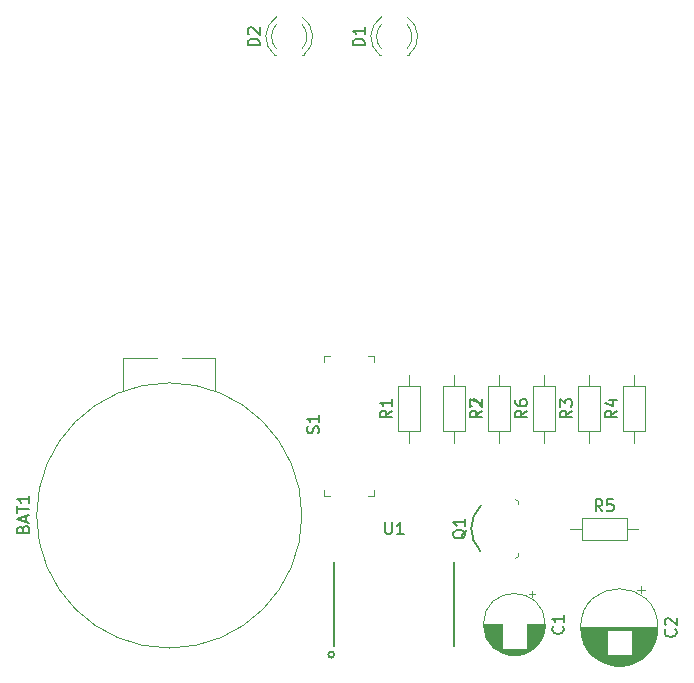
<source format=gto>
%TF.GenerationSoftware,KiCad,Pcbnew,5.1.10-88a1d61d58~90~ubuntu20.04.1*%
%TF.CreationDate,2021-11-21T06:34:40+05:30*%
%TF.ProjectId,555_badge,3535355f-6261-4646-9765-2e6b69636164,rev?*%
%TF.SameCoordinates,Original*%
%TF.FileFunction,Legend,Top*%
%TF.FilePolarity,Positive*%
%FSLAX46Y46*%
G04 Gerber Fmt 4.6, Leading zero omitted, Abs format (unit mm)*
G04 Created by KiCad (PCBNEW 5.1.10-88a1d61d58~90~ubuntu20.04.1) date 2021-11-21 06:34:40*
%MOMM*%
%LPD*%
G01*
G04 APERTURE LIST*
%ADD10C,0.100000*%
%ADD11C,0.120000*%
%ADD12C,0.150000*%
%ADD13C,0.203200*%
G04 APERTURE END LIST*
D10*
%TO.C,BAT1*%
X142341600Y-97332800D02*
X139496800Y-97332800D01*
X134518400Y-97332800D02*
X137363200Y-97332800D01*
X142341600Y-100076000D02*
X142341600Y-97332800D01*
X134518400Y-100076000D02*
X134518400Y-97332800D01*
X149656800Y-110642400D02*
G75*
G03*
X149656800Y-110642400I-11226800J0D01*
G01*
D11*
%TO.C,C1*%
X169365000Y-117317225D02*
X168865000Y-117317225D01*
X169115000Y-117067225D02*
X169115000Y-117567225D01*
X167924000Y-122473000D02*
X167356000Y-122473000D01*
X168158000Y-122433000D02*
X167122000Y-122433000D01*
X168317000Y-122393000D02*
X166963000Y-122393000D01*
X168445000Y-122353000D02*
X166835000Y-122353000D01*
X168555000Y-122313000D02*
X166725000Y-122313000D01*
X168651000Y-122273000D02*
X166629000Y-122273000D01*
X168738000Y-122233000D02*
X166542000Y-122233000D01*
X168818000Y-122193000D02*
X166462000Y-122193000D01*
X168891000Y-122153000D02*
X166389000Y-122153000D01*
X168959000Y-122113000D02*
X166321000Y-122113000D01*
X169023000Y-122073000D02*
X166257000Y-122073000D01*
X169083000Y-122033000D02*
X166197000Y-122033000D01*
X169140000Y-121993000D02*
X166140000Y-121993000D01*
X169194000Y-121953000D02*
X166086000Y-121953000D01*
X169245000Y-121913000D02*
X166035000Y-121913000D01*
X166600000Y-121873000D02*
X165987000Y-121873000D01*
X169293000Y-121873000D02*
X168680000Y-121873000D01*
X166600000Y-121833000D02*
X165941000Y-121833000D01*
X169339000Y-121833000D02*
X168680000Y-121833000D01*
X166600000Y-121793000D02*
X165897000Y-121793000D01*
X169383000Y-121793000D02*
X168680000Y-121793000D01*
X166600000Y-121753000D02*
X165855000Y-121753000D01*
X169425000Y-121753000D02*
X168680000Y-121753000D01*
X166600000Y-121713000D02*
X165814000Y-121713000D01*
X169466000Y-121713000D02*
X168680000Y-121713000D01*
X166600000Y-121673000D02*
X165776000Y-121673000D01*
X169504000Y-121673000D02*
X168680000Y-121673000D01*
X166600000Y-121633000D02*
X165739000Y-121633000D01*
X169541000Y-121633000D02*
X168680000Y-121633000D01*
X166600000Y-121593000D02*
X165703000Y-121593000D01*
X169577000Y-121593000D02*
X168680000Y-121593000D01*
X166600000Y-121553000D02*
X165669000Y-121553000D01*
X169611000Y-121553000D02*
X168680000Y-121553000D01*
X166600000Y-121513000D02*
X165636000Y-121513000D01*
X169644000Y-121513000D02*
X168680000Y-121513000D01*
X166600000Y-121473000D02*
X165605000Y-121473000D01*
X169675000Y-121473000D02*
X168680000Y-121473000D01*
X166600000Y-121433000D02*
X165575000Y-121433000D01*
X169705000Y-121433000D02*
X168680000Y-121433000D01*
X166600000Y-121393000D02*
X165545000Y-121393000D01*
X169735000Y-121393000D02*
X168680000Y-121393000D01*
X166600000Y-121353000D02*
X165518000Y-121353000D01*
X169762000Y-121353000D02*
X168680000Y-121353000D01*
X166600000Y-121313000D02*
X165491000Y-121313000D01*
X169789000Y-121313000D02*
X168680000Y-121313000D01*
X166600000Y-121273000D02*
X165465000Y-121273000D01*
X169815000Y-121273000D02*
X168680000Y-121273000D01*
X166600000Y-121233000D02*
X165440000Y-121233000D01*
X169840000Y-121233000D02*
X168680000Y-121233000D01*
X166600000Y-121193000D02*
X165416000Y-121193000D01*
X169864000Y-121193000D02*
X168680000Y-121193000D01*
X166600000Y-121153000D02*
X165393000Y-121153000D01*
X169887000Y-121153000D02*
X168680000Y-121153000D01*
X166600000Y-121113000D02*
X165372000Y-121113000D01*
X169908000Y-121113000D02*
X168680000Y-121113000D01*
X166600000Y-121073000D02*
X165350000Y-121073000D01*
X169930000Y-121073000D02*
X168680000Y-121073000D01*
X166600000Y-121033000D02*
X165330000Y-121033000D01*
X169950000Y-121033000D02*
X168680000Y-121033000D01*
X166600000Y-120993000D02*
X165311000Y-120993000D01*
X169969000Y-120993000D02*
X168680000Y-120993000D01*
X166600000Y-120953000D02*
X165292000Y-120953000D01*
X169988000Y-120953000D02*
X168680000Y-120953000D01*
X166600000Y-120913000D02*
X165275000Y-120913000D01*
X170005000Y-120913000D02*
X168680000Y-120913000D01*
X166600000Y-120873000D02*
X165258000Y-120873000D01*
X170022000Y-120873000D02*
X168680000Y-120873000D01*
X166600000Y-120833000D02*
X165242000Y-120833000D01*
X170038000Y-120833000D02*
X168680000Y-120833000D01*
X166600000Y-120793000D02*
X165226000Y-120793000D01*
X170054000Y-120793000D02*
X168680000Y-120793000D01*
X166600000Y-120753000D02*
X165212000Y-120753000D01*
X170068000Y-120753000D02*
X168680000Y-120753000D01*
X166600000Y-120713000D02*
X165198000Y-120713000D01*
X170082000Y-120713000D02*
X168680000Y-120713000D01*
X166600000Y-120673000D02*
X165185000Y-120673000D01*
X170095000Y-120673000D02*
X168680000Y-120673000D01*
X166600000Y-120633000D02*
X165172000Y-120633000D01*
X170108000Y-120633000D02*
X168680000Y-120633000D01*
X166600000Y-120593000D02*
X165160000Y-120593000D01*
X170120000Y-120593000D02*
X168680000Y-120593000D01*
X166600000Y-120552000D02*
X165149000Y-120552000D01*
X170131000Y-120552000D02*
X168680000Y-120552000D01*
X166600000Y-120512000D02*
X165139000Y-120512000D01*
X170141000Y-120512000D02*
X168680000Y-120512000D01*
X166600000Y-120472000D02*
X165129000Y-120472000D01*
X170151000Y-120472000D02*
X168680000Y-120472000D01*
X166600000Y-120432000D02*
X165120000Y-120432000D01*
X170160000Y-120432000D02*
X168680000Y-120432000D01*
X166600000Y-120392000D02*
X165112000Y-120392000D01*
X170168000Y-120392000D02*
X168680000Y-120392000D01*
X166600000Y-120352000D02*
X165104000Y-120352000D01*
X170176000Y-120352000D02*
X168680000Y-120352000D01*
X166600000Y-120312000D02*
X165097000Y-120312000D01*
X170183000Y-120312000D02*
X168680000Y-120312000D01*
X166600000Y-120272000D02*
X165090000Y-120272000D01*
X170190000Y-120272000D02*
X168680000Y-120272000D01*
X166600000Y-120232000D02*
X165084000Y-120232000D01*
X170196000Y-120232000D02*
X168680000Y-120232000D01*
X166600000Y-120192000D02*
X165079000Y-120192000D01*
X170201000Y-120192000D02*
X168680000Y-120192000D01*
X166600000Y-120152000D02*
X165075000Y-120152000D01*
X170205000Y-120152000D02*
X168680000Y-120152000D01*
X166600000Y-120112000D02*
X165071000Y-120112000D01*
X170209000Y-120112000D02*
X168680000Y-120112000D01*
X166600000Y-120072000D02*
X165067000Y-120072000D01*
X170213000Y-120072000D02*
X168680000Y-120072000D01*
X166600000Y-120032000D02*
X165064000Y-120032000D01*
X170216000Y-120032000D02*
X168680000Y-120032000D01*
X166600000Y-119992000D02*
X165062000Y-119992000D01*
X170218000Y-119992000D02*
X168680000Y-119992000D01*
X166600000Y-119952000D02*
X165061000Y-119952000D01*
X170219000Y-119952000D02*
X168680000Y-119952000D01*
X170220000Y-119912000D02*
X168680000Y-119912000D01*
X166600000Y-119912000D02*
X165060000Y-119912000D01*
X170220000Y-119872000D02*
X168680000Y-119872000D01*
X166600000Y-119872000D02*
X165060000Y-119872000D01*
X170260000Y-119872000D02*
G75*
G03*
X170260000Y-119872000I-2620000J0D01*
G01*
%TO.C,C2*%
X178684000Y-116936759D02*
X178054000Y-116936759D01*
X178369000Y-116621759D02*
X178369000Y-117251759D01*
X176932000Y-123363000D02*
X176128000Y-123363000D01*
X177163000Y-123323000D02*
X175897000Y-123323000D01*
X177332000Y-123283000D02*
X175728000Y-123283000D01*
X177470000Y-123243000D02*
X175590000Y-123243000D01*
X177589000Y-123203000D02*
X175471000Y-123203000D01*
X177695000Y-123163000D02*
X175365000Y-123163000D01*
X177792000Y-123123000D02*
X175268000Y-123123000D01*
X177880000Y-123083000D02*
X175180000Y-123083000D01*
X177962000Y-123043000D02*
X175098000Y-123043000D01*
X178039000Y-123003000D02*
X175021000Y-123003000D01*
X178111000Y-122963000D02*
X174949000Y-122963000D01*
X178180000Y-122923000D02*
X174880000Y-122923000D01*
X178244000Y-122883000D02*
X174816000Y-122883000D01*
X178306000Y-122843000D02*
X174754000Y-122843000D01*
X178364000Y-122803000D02*
X174696000Y-122803000D01*
X178420000Y-122763000D02*
X174640000Y-122763000D01*
X178474000Y-122723000D02*
X174586000Y-122723000D01*
X178525000Y-122683000D02*
X174535000Y-122683000D01*
X178574000Y-122643000D02*
X174486000Y-122643000D01*
X178622000Y-122603000D02*
X174438000Y-122603000D01*
X178667000Y-122563000D02*
X174393000Y-122563000D01*
X178712000Y-122523000D02*
X174348000Y-122523000D01*
X178754000Y-122483000D02*
X174306000Y-122483000D01*
X178795000Y-122443000D02*
X174265000Y-122443000D01*
X175490000Y-122403000D02*
X174225000Y-122403000D01*
X178835000Y-122403000D02*
X177570000Y-122403000D01*
X175490000Y-122363000D02*
X174187000Y-122363000D01*
X178873000Y-122363000D02*
X177570000Y-122363000D01*
X175490000Y-122323000D02*
X174150000Y-122323000D01*
X178910000Y-122323000D02*
X177570000Y-122323000D01*
X175490000Y-122283000D02*
X174114000Y-122283000D01*
X178946000Y-122283000D02*
X177570000Y-122283000D01*
X175490000Y-122243000D02*
X174080000Y-122243000D01*
X178980000Y-122243000D02*
X177570000Y-122243000D01*
X175490000Y-122203000D02*
X174046000Y-122203000D01*
X179014000Y-122203000D02*
X177570000Y-122203000D01*
X175490000Y-122163000D02*
X174014000Y-122163000D01*
X179046000Y-122163000D02*
X177570000Y-122163000D01*
X175490000Y-122123000D02*
X173982000Y-122123000D01*
X179078000Y-122123000D02*
X177570000Y-122123000D01*
X175490000Y-122083000D02*
X173952000Y-122083000D01*
X179108000Y-122083000D02*
X177570000Y-122083000D01*
X175490000Y-122043000D02*
X173923000Y-122043000D01*
X179137000Y-122043000D02*
X177570000Y-122043000D01*
X175490000Y-122003000D02*
X173894000Y-122003000D01*
X179166000Y-122003000D02*
X177570000Y-122003000D01*
X175490000Y-121963000D02*
X173866000Y-121963000D01*
X179194000Y-121963000D02*
X177570000Y-121963000D01*
X175490000Y-121923000D02*
X173840000Y-121923000D01*
X179220000Y-121923000D02*
X177570000Y-121923000D01*
X175490000Y-121883000D02*
X173814000Y-121883000D01*
X179246000Y-121883000D02*
X177570000Y-121883000D01*
X175490000Y-121843000D02*
X173788000Y-121843000D01*
X179272000Y-121843000D02*
X177570000Y-121843000D01*
X175490000Y-121803000D02*
X173764000Y-121803000D01*
X179296000Y-121803000D02*
X177570000Y-121803000D01*
X175490000Y-121763000D02*
X173740000Y-121763000D01*
X179320000Y-121763000D02*
X177570000Y-121763000D01*
X175490000Y-121723000D02*
X173718000Y-121723000D01*
X179342000Y-121723000D02*
X177570000Y-121723000D01*
X175490000Y-121683000D02*
X173696000Y-121683000D01*
X179364000Y-121683000D02*
X177570000Y-121683000D01*
X175490000Y-121643000D02*
X173674000Y-121643000D01*
X179386000Y-121643000D02*
X177570000Y-121643000D01*
X175490000Y-121603000D02*
X173654000Y-121603000D01*
X179406000Y-121603000D02*
X177570000Y-121603000D01*
X175490000Y-121563000D02*
X173634000Y-121563000D01*
X179426000Y-121563000D02*
X177570000Y-121563000D01*
X175490000Y-121523000D02*
X173614000Y-121523000D01*
X179446000Y-121523000D02*
X177570000Y-121523000D01*
X175490000Y-121483000D02*
X173596000Y-121483000D01*
X179464000Y-121483000D02*
X177570000Y-121483000D01*
X175490000Y-121443000D02*
X173578000Y-121443000D01*
X179482000Y-121443000D02*
X177570000Y-121443000D01*
X175490000Y-121403000D02*
X173560000Y-121403000D01*
X179500000Y-121403000D02*
X177570000Y-121403000D01*
X175490000Y-121363000D02*
X173544000Y-121363000D01*
X179516000Y-121363000D02*
X177570000Y-121363000D01*
X175490000Y-121323000D02*
X173528000Y-121323000D01*
X179532000Y-121323000D02*
X177570000Y-121323000D01*
X175490000Y-121283000D02*
X173512000Y-121283000D01*
X179548000Y-121283000D02*
X177570000Y-121283000D01*
X175490000Y-121243000D02*
X173497000Y-121243000D01*
X179563000Y-121243000D02*
X177570000Y-121243000D01*
X175490000Y-121203000D02*
X173483000Y-121203000D01*
X179577000Y-121203000D02*
X177570000Y-121203000D01*
X175490000Y-121163000D02*
X173469000Y-121163000D01*
X179591000Y-121163000D02*
X177570000Y-121163000D01*
X175490000Y-121123000D02*
X173456000Y-121123000D01*
X179604000Y-121123000D02*
X177570000Y-121123000D01*
X175490000Y-121083000D02*
X173444000Y-121083000D01*
X179616000Y-121083000D02*
X177570000Y-121083000D01*
X175490000Y-121043000D02*
X173432000Y-121043000D01*
X179628000Y-121043000D02*
X177570000Y-121043000D01*
X175490000Y-121003000D02*
X173420000Y-121003000D01*
X179640000Y-121003000D02*
X177570000Y-121003000D01*
X175490000Y-120963000D02*
X173409000Y-120963000D01*
X179651000Y-120963000D02*
X177570000Y-120963000D01*
X175490000Y-120923000D02*
X173399000Y-120923000D01*
X179661000Y-120923000D02*
X177570000Y-120923000D01*
X175490000Y-120883000D02*
X173389000Y-120883000D01*
X179671000Y-120883000D02*
X177570000Y-120883000D01*
X175490000Y-120843000D02*
X173380000Y-120843000D01*
X179680000Y-120843000D02*
X177570000Y-120843000D01*
X175490000Y-120802000D02*
X173371000Y-120802000D01*
X179689000Y-120802000D02*
X177570000Y-120802000D01*
X175490000Y-120762000D02*
X173363000Y-120762000D01*
X179697000Y-120762000D02*
X177570000Y-120762000D01*
X175490000Y-120722000D02*
X173355000Y-120722000D01*
X179705000Y-120722000D02*
X177570000Y-120722000D01*
X175490000Y-120682000D02*
X173348000Y-120682000D01*
X179712000Y-120682000D02*
X177570000Y-120682000D01*
X175490000Y-120642000D02*
X173341000Y-120642000D01*
X179719000Y-120642000D02*
X177570000Y-120642000D01*
X175490000Y-120602000D02*
X173335000Y-120602000D01*
X179725000Y-120602000D02*
X177570000Y-120602000D01*
X175490000Y-120562000D02*
X173329000Y-120562000D01*
X179731000Y-120562000D02*
X177570000Y-120562000D01*
X175490000Y-120522000D02*
X173324000Y-120522000D01*
X179736000Y-120522000D02*
X177570000Y-120522000D01*
X175490000Y-120482000D02*
X173319000Y-120482000D01*
X179741000Y-120482000D02*
X177570000Y-120482000D01*
X175490000Y-120442000D02*
X173315000Y-120442000D01*
X179745000Y-120442000D02*
X177570000Y-120442000D01*
X175490000Y-120402000D02*
X173312000Y-120402000D01*
X179748000Y-120402000D02*
X177570000Y-120402000D01*
X175490000Y-120362000D02*
X173308000Y-120362000D01*
X179752000Y-120362000D02*
X177570000Y-120362000D01*
X179754000Y-120322000D02*
X173306000Y-120322000D01*
X179757000Y-120282000D02*
X173303000Y-120282000D01*
X179758000Y-120242000D02*
X173302000Y-120242000D01*
X179760000Y-120202000D02*
X173300000Y-120202000D01*
X179760000Y-120162000D02*
X173300000Y-120162000D01*
X179760000Y-120122000D02*
X173300000Y-120122000D01*
X179800000Y-120122000D02*
G75*
G03*
X179800000Y-120122000I-3270000J0D01*
G01*
%TO.C,D1*%
X156244000Y-71664000D02*
X156400000Y-71664000D01*
X158560000Y-71664000D02*
X158716000Y-71664000D01*
X156401392Y-68431665D02*
G75*
G03*
X156244484Y-71664000I1078608J-1672335D01*
G01*
X158558608Y-68431665D02*
G75*
G02*
X158715516Y-71664000I-1078608J-1672335D01*
G01*
X156400163Y-69062870D02*
G75*
G03*
X156400000Y-71144961I1079837J-1041130D01*
G01*
X158559837Y-69062870D02*
G75*
G02*
X158560000Y-71144961I-1079837J-1041130D01*
G01*
%TO.C,D2*%
X149670000Y-71664000D02*
X149826000Y-71664000D01*
X147354000Y-71664000D02*
X147510000Y-71664000D01*
X149669837Y-69062870D02*
G75*
G02*
X149670000Y-71144961I-1079837J-1041130D01*
G01*
X147510163Y-69062870D02*
G75*
G03*
X147510000Y-71144961I1079837J-1041130D01*
G01*
X149668608Y-68431665D02*
G75*
G02*
X149825516Y-71664000I-1078608J-1672335D01*
G01*
X147511392Y-68431665D02*
G75*
G03*
X147354484Y-71664000I1078608J-1672335D01*
G01*
D10*
%TO.C,Q1*%
X167970000Y-109410000D02*
X167670000Y-109260000D01*
X167970000Y-109410000D02*
X167970000Y-109710000D01*
X167970000Y-113810000D02*
X167970000Y-114110000D01*
X167970000Y-114110000D02*
X167670000Y-114260000D01*
D12*
X164820000Y-109810000D02*
G75*
G03*
X164770000Y-113660000I1900000J-1950000D01*
G01*
D11*
%TO.C,R1*%
X157830000Y-103520000D02*
X159670000Y-103520000D01*
X159670000Y-103520000D02*
X159670000Y-99680000D01*
X159670000Y-99680000D02*
X157830000Y-99680000D01*
X157830000Y-99680000D02*
X157830000Y-103520000D01*
X158750000Y-104470000D02*
X158750000Y-103520000D01*
X158750000Y-98730000D02*
X158750000Y-99680000D01*
%TO.C,R2*%
X163480000Y-99680000D02*
X161640000Y-99680000D01*
X161640000Y-99680000D02*
X161640000Y-103520000D01*
X161640000Y-103520000D02*
X163480000Y-103520000D01*
X163480000Y-103520000D02*
X163480000Y-99680000D01*
X162560000Y-98730000D02*
X162560000Y-99680000D01*
X162560000Y-104470000D02*
X162560000Y-103520000D01*
%TO.C,R3*%
X173990000Y-98730000D02*
X173990000Y-99680000D01*
X173990000Y-104470000D02*
X173990000Y-103520000D01*
X173070000Y-99680000D02*
X173070000Y-103520000D01*
X174910000Y-99680000D02*
X173070000Y-99680000D01*
X174910000Y-103520000D02*
X174910000Y-99680000D01*
X173070000Y-103520000D02*
X174910000Y-103520000D01*
%TO.C,R4*%
X177800000Y-98730000D02*
X177800000Y-99680000D01*
X177800000Y-104470000D02*
X177800000Y-103520000D01*
X176880000Y-99680000D02*
X176880000Y-103520000D01*
X178720000Y-99680000D02*
X176880000Y-99680000D01*
X178720000Y-103520000D02*
X178720000Y-99680000D01*
X176880000Y-103520000D02*
X178720000Y-103520000D01*
%TO.C,R5*%
X173340000Y-110840000D02*
X173340000Y-112680000D01*
X173340000Y-112680000D02*
X177180000Y-112680000D01*
X177180000Y-112680000D02*
X177180000Y-110840000D01*
X177180000Y-110840000D02*
X173340000Y-110840000D01*
X172390000Y-111760000D02*
X173340000Y-111760000D01*
X178130000Y-111760000D02*
X177180000Y-111760000D01*
%TO.C,R6*%
X170180000Y-98730000D02*
X170180000Y-99680000D01*
X170180000Y-104470000D02*
X170180000Y-103520000D01*
X169260000Y-99680000D02*
X169260000Y-103520000D01*
X171100000Y-99680000D02*
X169260000Y-99680000D01*
X171100000Y-103520000D02*
X171100000Y-99680000D01*
X169260000Y-103520000D02*
X171100000Y-103520000D01*
%TO.C,R7*%
X165450000Y-103520000D02*
X167290000Y-103520000D01*
X167290000Y-103520000D02*
X167290000Y-99680000D01*
X167290000Y-99680000D02*
X165450000Y-99680000D01*
X165450000Y-99680000D02*
X165450000Y-103520000D01*
X166370000Y-104470000D02*
X166370000Y-103520000D01*
X166370000Y-98730000D02*
X166370000Y-99680000D01*
D10*
%TO.C,S1*%
X155770000Y-97110000D02*
X155770000Y-97610000D01*
X155770000Y-97110000D02*
X155270000Y-97110000D01*
X155770000Y-109010000D02*
X155770000Y-108510000D01*
X155770000Y-109010000D02*
X155270000Y-109010000D01*
X151570000Y-109010000D02*
X151570000Y-108510000D01*
X151570000Y-109010000D02*
X152070000Y-109010000D01*
X151570000Y-97110000D02*
X152070000Y-97110000D01*
X151570000Y-97110000D02*
X151570000Y-97610000D01*
D13*
%TO.C,U1*%
X162560000Y-121666000D02*
X162560000Y-114554000D01*
X152400000Y-121666000D02*
X152400000Y-114554000D01*
X152400000Y-122428000D02*
G75*
G03*
X152400000Y-122428000I-254000J0D01*
G01*
%TO.C,BAT1*%
D12*
X126052271Y-111795725D02*
X126099890Y-111652868D01*
X126147509Y-111605249D01*
X126242747Y-111557630D01*
X126385604Y-111557630D01*
X126480842Y-111605249D01*
X126528461Y-111652868D01*
X126576080Y-111748106D01*
X126576080Y-112129059D01*
X125576080Y-112129059D01*
X125576080Y-111795725D01*
X125623700Y-111700487D01*
X125671319Y-111652868D01*
X125766557Y-111605249D01*
X125861795Y-111605249D01*
X125957033Y-111652868D01*
X126004652Y-111700487D01*
X126052271Y-111795725D01*
X126052271Y-112129059D01*
X126290366Y-111176678D02*
X126290366Y-110700487D01*
X126576080Y-111271916D02*
X125576080Y-110938582D01*
X126576080Y-110605249D01*
X125576080Y-110414773D02*
X125576080Y-109843344D01*
X126576080Y-110129059D02*
X125576080Y-110129059D01*
X126576080Y-108986201D02*
X126576080Y-109557630D01*
X126576080Y-109271916D02*
X125576080Y-109271916D01*
X125718938Y-109367154D01*
X125814176Y-109462392D01*
X125861795Y-109557630D01*
%TO.C,C1*%
X171747142Y-120038666D02*
X171794761Y-120086285D01*
X171842380Y-120229142D01*
X171842380Y-120324380D01*
X171794761Y-120467238D01*
X171699523Y-120562476D01*
X171604285Y-120610095D01*
X171413809Y-120657714D01*
X171270952Y-120657714D01*
X171080476Y-120610095D01*
X170985238Y-120562476D01*
X170890000Y-120467238D01*
X170842380Y-120324380D01*
X170842380Y-120229142D01*
X170890000Y-120086285D01*
X170937619Y-120038666D01*
X171842380Y-119086285D02*
X171842380Y-119657714D01*
X171842380Y-119372000D02*
X170842380Y-119372000D01*
X170985238Y-119467238D01*
X171080476Y-119562476D01*
X171128095Y-119657714D01*
%TO.C,C2*%
X181287142Y-120288666D02*
X181334761Y-120336285D01*
X181382380Y-120479142D01*
X181382380Y-120574380D01*
X181334761Y-120717238D01*
X181239523Y-120812476D01*
X181144285Y-120860095D01*
X180953809Y-120907714D01*
X180810952Y-120907714D01*
X180620476Y-120860095D01*
X180525238Y-120812476D01*
X180430000Y-120717238D01*
X180382380Y-120574380D01*
X180382380Y-120479142D01*
X180430000Y-120336285D01*
X180477619Y-120288666D01*
X180477619Y-119907714D02*
X180430000Y-119860095D01*
X180382380Y-119764857D01*
X180382380Y-119526761D01*
X180430000Y-119431523D01*
X180477619Y-119383904D01*
X180572857Y-119336285D01*
X180668095Y-119336285D01*
X180810952Y-119383904D01*
X181382380Y-119955333D01*
X181382380Y-119336285D01*
%TO.C,D1*%
X154972380Y-70842095D02*
X153972380Y-70842095D01*
X153972380Y-70604000D01*
X154020000Y-70461142D01*
X154115238Y-70365904D01*
X154210476Y-70318285D01*
X154400952Y-70270666D01*
X154543809Y-70270666D01*
X154734285Y-70318285D01*
X154829523Y-70365904D01*
X154924761Y-70461142D01*
X154972380Y-70604000D01*
X154972380Y-70842095D01*
X154972380Y-69318285D02*
X154972380Y-69889714D01*
X154972380Y-69604000D02*
X153972380Y-69604000D01*
X154115238Y-69699238D01*
X154210476Y-69794476D01*
X154258095Y-69889714D01*
%TO.C,D2*%
X146082380Y-70842095D02*
X145082380Y-70842095D01*
X145082380Y-70604000D01*
X145130000Y-70461142D01*
X145225238Y-70365904D01*
X145320476Y-70318285D01*
X145510952Y-70270666D01*
X145653809Y-70270666D01*
X145844285Y-70318285D01*
X145939523Y-70365904D01*
X146034761Y-70461142D01*
X146082380Y-70604000D01*
X146082380Y-70842095D01*
X145177619Y-69889714D02*
X145130000Y-69842095D01*
X145082380Y-69746857D01*
X145082380Y-69508761D01*
X145130000Y-69413523D01*
X145177619Y-69365904D01*
X145272857Y-69318285D01*
X145368095Y-69318285D01*
X145510952Y-69365904D01*
X146082380Y-69937333D01*
X146082380Y-69318285D01*
%TO.C,Q1*%
X163567619Y-111855238D02*
X163520000Y-111950476D01*
X163424761Y-112045714D01*
X163281904Y-112188571D01*
X163234285Y-112283809D01*
X163234285Y-112379047D01*
X163472380Y-112331428D02*
X163424761Y-112426666D01*
X163329523Y-112521904D01*
X163139047Y-112569523D01*
X162805714Y-112569523D01*
X162615238Y-112521904D01*
X162520000Y-112426666D01*
X162472380Y-112331428D01*
X162472380Y-112140952D01*
X162520000Y-112045714D01*
X162615238Y-111950476D01*
X162805714Y-111902857D01*
X163139047Y-111902857D01*
X163329523Y-111950476D01*
X163424761Y-112045714D01*
X163472380Y-112140952D01*
X163472380Y-112331428D01*
X163472380Y-110950476D02*
X163472380Y-111521904D01*
X163472380Y-111236190D02*
X162472380Y-111236190D01*
X162615238Y-111331428D01*
X162710476Y-111426666D01*
X162758095Y-111521904D01*
%TO.C,R1*%
X157282380Y-101766666D02*
X156806190Y-102100000D01*
X157282380Y-102338095D02*
X156282380Y-102338095D01*
X156282380Y-101957142D01*
X156330000Y-101861904D01*
X156377619Y-101814285D01*
X156472857Y-101766666D01*
X156615714Y-101766666D01*
X156710952Y-101814285D01*
X156758571Y-101861904D01*
X156806190Y-101957142D01*
X156806190Y-102338095D01*
X157282380Y-100814285D02*
X157282380Y-101385714D01*
X157282380Y-101100000D02*
X156282380Y-101100000D01*
X156425238Y-101195238D01*
X156520476Y-101290476D01*
X156568095Y-101385714D01*
%TO.C,R2*%
X164932380Y-101766666D02*
X164456190Y-102100000D01*
X164932380Y-102338095D02*
X163932380Y-102338095D01*
X163932380Y-101957142D01*
X163980000Y-101861904D01*
X164027619Y-101814285D01*
X164122857Y-101766666D01*
X164265714Y-101766666D01*
X164360952Y-101814285D01*
X164408571Y-101861904D01*
X164456190Y-101957142D01*
X164456190Y-102338095D01*
X164027619Y-101385714D02*
X163980000Y-101338095D01*
X163932380Y-101242857D01*
X163932380Y-101004761D01*
X163980000Y-100909523D01*
X164027619Y-100861904D01*
X164122857Y-100814285D01*
X164218095Y-100814285D01*
X164360952Y-100861904D01*
X164932380Y-101433333D01*
X164932380Y-100814285D01*
%TO.C,R3*%
X172522380Y-101766666D02*
X172046190Y-102100000D01*
X172522380Y-102338095D02*
X171522380Y-102338095D01*
X171522380Y-101957142D01*
X171570000Y-101861904D01*
X171617619Y-101814285D01*
X171712857Y-101766666D01*
X171855714Y-101766666D01*
X171950952Y-101814285D01*
X171998571Y-101861904D01*
X172046190Y-101957142D01*
X172046190Y-102338095D01*
X171522380Y-101433333D02*
X171522380Y-100814285D01*
X171903333Y-101147619D01*
X171903333Y-101004761D01*
X171950952Y-100909523D01*
X171998571Y-100861904D01*
X172093809Y-100814285D01*
X172331904Y-100814285D01*
X172427142Y-100861904D01*
X172474761Y-100909523D01*
X172522380Y-101004761D01*
X172522380Y-101290476D01*
X172474761Y-101385714D01*
X172427142Y-101433333D01*
%TO.C,R4*%
X176332380Y-101766666D02*
X175856190Y-102100000D01*
X176332380Y-102338095D02*
X175332380Y-102338095D01*
X175332380Y-101957142D01*
X175380000Y-101861904D01*
X175427619Y-101814285D01*
X175522857Y-101766666D01*
X175665714Y-101766666D01*
X175760952Y-101814285D01*
X175808571Y-101861904D01*
X175856190Y-101957142D01*
X175856190Y-102338095D01*
X175665714Y-100909523D02*
X176332380Y-100909523D01*
X175284761Y-101147619D02*
X175999047Y-101385714D01*
X175999047Y-100766666D01*
%TO.C,R5*%
X175093333Y-110292380D02*
X174760000Y-109816190D01*
X174521904Y-110292380D02*
X174521904Y-109292380D01*
X174902857Y-109292380D01*
X174998095Y-109340000D01*
X175045714Y-109387619D01*
X175093333Y-109482857D01*
X175093333Y-109625714D01*
X175045714Y-109720952D01*
X174998095Y-109768571D01*
X174902857Y-109816190D01*
X174521904Y-109816190D01*
X175998095Y-109292380D02*
X175521904Y-109292380D01*
X175474285Y-109768571D01*
X175521904Y-109720952D01*
X175617142Y-109673333D01*
X175855238Y-109673333D01*
X175950476Y-109720952D01*
X175998095Y-109768571D01*
X176045714Y-109863809D01*
X176045714Y-110101904D01*
X175998095Y-110197142D01*
X175950476Y-110244761D01*
X175855238Y-110292380D01*
X175617142Y-110292380D01*
X175521904Y-110244761D01*
X175474285Y-110197142D01*
%TO.C,R6*%
X168712380Y-101766666D02*
X168236190Y-102100000D01*
X168712380Y-102338095D02*
X167712380Y-102338095D01*
X167712380Y-101957142D01*
X167760000Y-101861904D01*
X167807619Y-101814285D01*
X167902857Y-101766666D01*
X168045714Y-101766666D01*
X168140952Y-101814285D01*
X168188571Y-101861904D01*
X168236190Y-101957142D01*
X168236190Y-102338095D01*
X167712380Y-100909523D02*
X167712380Y-101100000D01*
X167760000Y-101195238D01*
X167807619Y-101242857D01*
X167950476Y-101338095D01*
X168140952Y-101385714D01*
X168521904Y-101385714D01*
X168617142Y-101338095D01*
X168664761Y-101290476D01*
X168712380Y-101195238D01*
X168712380Y-101004761D01*
X168664761Y-100909523D01*
X168617142Y-100861904D01*
X168521904Y-100814285D01*
X168283809Y-100814285D01*
X168188571Y-100861904D01*
X168140952Y-100909523D01*
X168093333Y-101004761D01*
X168093333Y-101195238D01*
X168140952Y-101290476D01*
X168188571Y-101338095D01*
X168283809Y-101385714D01*
%TO.C,R7*%
X164902380Y-101766666D02*
X164426190Y-102100000D01*
X164902380Y-102338095D02*
X163902380Y-102338095D01*
X163902380Y-101957142D01*
X163950000Y-101861904D01*
X163997619Y-101814285D01*
X164092857Y-101766666D01*
X164235714Y-101766666D01*
X164330952Y-101814285D01*
X164378571Y-101861904D01*
X164426190Y-101957142D01*
X164426190Y-102338095D01*
X163902380Y-101433333D02*
X163902380Y-100766666D01*
X164902380Y-101195238D01*
%TO.C,S1*%
X151054761Y-103681904D02*
X151102380Y-103539047D01*
X151102380Y-103300952D01*
X151054761Y-103205714D01*
X151007142Y-103158095D01*
X150911904Y-103110476D01*
X150816666Y-103110476D01*
X150721428Y-103158095D01*
X150673809Y-103205714D01*
X150626190Y-103300952D01*
X150578571Y-103491428D01*
X150530952Y-103586666D01*
X150483333Y-103634285D01*
X150388095Y-103681904D01*
X150292857Y-103681904D01*
X150197619Y-103634285D01*
X150150000Y-103586666D01*
X150102380Y-103491428D01*
X150102380Y-103253333D01*
X150150000Y-103110476D01*
X151102380Y-102158095D02*
X151102380Y-102729523D01*
X151102380Y-102443809D02*
X150102380Y-102443809D01*
X150245238Y-102539047D01*
X150340476Y-102634285D01*
X150388095Y-102729523D01*
%TO.C,U1*%
X156718095Y-111212380D02*
X156718095Y-112021904D01*
X156765714Y-112117142D01*
X156813333Y-112164761D01*
X156908571Y-112212380D01*
X157099047Y-112212380D01*
X157194285Y-112164761D01*
X157241904Y-112117142D01*
X157289523Y-112021904D01*
X157289523Y-111212380D01*
X158289523Y-112212380D02*
X157718095Y-112212380D01*
X158003809Y-112212380D02*
X158003809Y-111212380D01*
X157908571Y-111355238D01*
X157813333Y-111450476D01*
X157718095Y-111498095D01*
%TD*%
M02*

</source>
